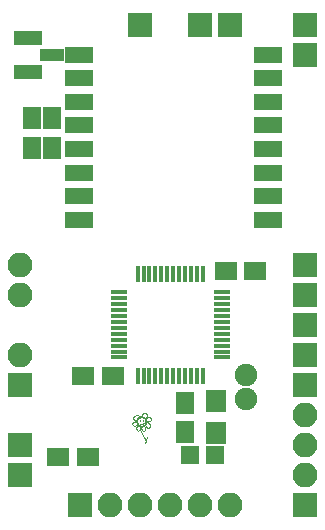
<source format=gts>
G04 #@! TF.FileFunction,Soldermask,Top*
%FSLAX46Y46*%
G04 Gerber Fmt 4.6, Leading zero omitted, Abs format (unit mm)*
G04 Created by KiCad (PCBNEW 4.0.6) date Monday, 07 August 2017 'PMt' 13:26:33*
%MOMM*%
%LPD*%
G01*
G04 APERTURE LIST*
%ADD10C,0.101600*%
%ADD11C,0.076200*%
%ADD12C,0.150000*%
%ADD13C,0.127000*%
%ADD14R,0.390000X1.440000*%
%ADD15R,1.440000X0.390000*%
%ADD16R,2.100000X2.100000*%
%ADD17O,2.100000X2.100000*%
%ADD18R,2.400000X1.400000*%
%ADD19R,1.900000X1.650000*%
%ADD20R,1.650000X1.900000*%
%ADD21R,1.700000X1.900000*%
%ADD22R,1.598880X1.598880*%
%ADD23R,2.340000X1.190000*%
%ADD24R,2.140000X1.140000*%
%ADD25C,1.900000*%
G04 APERTURE END LIST*
D10*
X147735000Y-88745000D02*
X147895000Y-88225000D01*
X147775000Y-88525000D02*
X147735000Y-88745000D01*
X147655000Y-88245000D02*
X147775000Y-88525000D01*
X147435000Y-87945000D02*
X147655000Y-88245000D01*
X147345000Y-87515000D02*
X147435000Y-87945000D01*
X147715000Y-87525000D02*
X147715000Y-87355000D01*
X147735000Y-87625000D02*
X147715000Y-87525000D01*
X147685000Y-87715000D02*
X147735000Y-87625000D01*
X147565000Y-87745000D02*
X147685000Y-87715000D01*
X147445000Y-87615000D02*
X147565000Y-87745000D01*
X147375000Y-87425000D02*
X147445000Y-87615000D01*
X147895000Y-87425000D02*
X147805000Y-87295000D01*
X148025000Y-87455000D02*
X147895000Y-87425000D01*
X148135000Y-87415000D02*
X148025000Y-87455000D01*
X148175000Y-87315000D02*
X148135000Y-87415000D01*
X148175000Y-87175000D02*
X148175000Y-87315000D01*
X148075000Y-87035000D02*
X148175000Y-87175000D01*
X147895000Y-86925000D02*
X148075000Y-87035000D01*
X147995000Y-86895000D02*
X147895000Y-86895000D01*
X148145000Y-86885000D02*
X147995000Y-86895000D01*
X148245000Y-86815000D02*
X148145000Y-86885000D01*
X148225000Y-86665000D02*
X148245000Y-86815000D01*
X148115000Y-86565000D02*
X148225000Y-86665000D01*
X147745000Y-86575000D02*
X148115000Y-86565000D01*
X147865000Y-86445000D02*
X147775000Y-86585000D01*
X147885000Y-86335000D02*
X147865000Y-86445000D01*
X147835000Y-86225000D02*
X147885000Y-86335000D01*
X147665000Y-86195000D02*
X147835000Y-86225000D01*
X147505000Y-86255000D02*
X147665000Y-86195000D01*
X147415000Y-86525000D02*
X147505000Y-86255000D01*
X147315000Y-87435000D02*
X147305000Y-87405000D01*
X147345000Y-87415000D02*
X147315000Y-87435000D01*
X147325000Y-87435000D02*
X147345000Y-87415000D01*
X147305000Y-87545000D02*
X147325000Y-87435000D01*
X147245000Y-87655000D02*
X147305000Y-87545000D01*
X147125000Y-87695000D02*
X147245000Y-87655000D01*
X147015000Y-87655000D02*
X147125000Y-87695000D01*
X147005000Y-87465000D02*
X147015000Y-87655000D01*
X147085000Y-87265000D02*
X147005000Y-87465000D01*
X146815000Y-87305000D02*
X147065000Y-87245000D01*
X146695000Y-87225000D02*
X146815000Y-87305000D01*
X146655000Y-87095000D02*
X146695000Y-87225000D01*
X146745000Y-86945000D02*
X146655000Y-87095000D01*
X147015000Y-86895000D02*
X146745000Y-86945000D01*
X146795000Y-86775000D02*
X147005000Y-86825000D01*
X146685000Y-86605000D02*
X146795000Y-86775000D01*
X146795000Y-86415000D02*
X146685000Y-86605000D01*
X147075000Y-86345000D02*
X146795000Y-86415000D01*
X147345000Y-86485000D02*
X147075000Y-86345000D01*
D11*
X147515000Y-87155000D02*
X147635000Y-87065000D01*
X147385000Y-87165000D02*
X147515000Y-87155000D01*
X147265000Y-87095000D02*
X147385000Y-87165000D01*
D12*
X147346623Y-86875000D02*
G75*
G03X147346623Y-86875000I-31623J0D01*
G01*
D13*
X147865000Y-86955000D02*
G75*
G03X147865000Y-86955000I-410000J0D01*
G01*
D12*
X147626623Y-86875000D02*
G75*
G03X147626623Y-86875000I-31623J0D01*
G01*
D14*
X147110000Y-83090000D03*
X147610000Y-83090000D03*
X148110000Y-83090000D03*
X148610000Y-83090000D03*
X149110000Y-83090000D03*
X149610000Y-83090000D03*
X150110000Y-83090000D03*
X150610000Y-83090000D03*
X151110000Y-83090000D03*
X151610000Y-83090000D03*
X152110000Y-83090000D03*
X152610000Y-83090000D03*
D15*
X154210000Y-81490000D03*
X154210000Y-80990000D03*
X154210000Y-80490000D03*
X154210000Y-79990000D03*
X154210000Y-79490000D03*
X154210000Y-78990000D03*
X154210000Y-78490000D03*
X154210000Y-77990000D03*
X154210000Y-77490000D03*
X154210000Y-76990000D03*
X154210000Y-76490000D03*
X154210000Y-75990000D03*
D14*
X152610000Y-74390000D03*
X152110000Y-74390000D03*
X151610000Y-74390000D03*
X151110000Y-74390000D03*
X150610000Y-74390000D03*
X150110000Y-74390000D03*
X149610000Y-74390000D03*
X149110000Y-74390000D03*
X148610000Y-74390000D03*
X148110000Y-74390000D03*
X147610000Y-74390000D03*
X147110000Y-74390000D03*
D15*
X145510000Y-75990000D03*
X145510000Y-76490000D03*
X145510000Y-76990000D03*
X145510000Y-77490000D03*
X145510000Y-77990000D03*
X145510000Y-78490000D03*
X145510000Y-78990000D03*
X145510000Y-79490000D03*
X145510000Y-79990000D03*
X145510000Y-80490000D03*
X145510000Y-80990000D03*
X145510000Y-81490000D03*
D16*
X142240000Y-93980000D03*
D17*
X144780000Y-93980000D03*
X147320000Y-93980000D03*
X149860000Y-93980000D03*
X152400000Y-93980000D03*
X154940000Y-93980000D03*
D18*
X158115000Y-69850000D03*
X158115000Y-67850000D03*
X158115000Y-65850000D03*
X158115000Y-63850000D03*
X158115000Y-61850000D03*
X158115000Y-59850000D03*
X158115000Y-57850000D03*
X158115000Y-55850000D03*
X142115000Y-55850000D03*
X142115000Y-57850000D03*
X142115000Y-59850000D03*
X142115000Y-61850000D03*
X142115000Y-63850000D03*
X142115000Y-65850000D03*
X142115000Y-67850000D03*
X142115000Y-69850000D03*
D19*
X154550000Y-74200000D03*
X157050000Y-74200000D03*
X145014000Y-83058000D03*
X142514000Y-83058000D03*
D20*
X151100000Y-85325000D03*
X151100000Y-87825000D03*
D21*
X153725000Y-85175000D03*
X153725000Y-87875000D03*
D22*
X153649020Y-89750000D03*
X151550980Y-89750000D03*
D20*
X138176000Y-63734000D03*
X138176000Y-61234000D03*
X139827000Y-63734000D03*
X139827000Y-61234000D03*
D16*
X137160000Y-83820000D03*
D17*
X137160000Y-81280000D03*
D23*
X137795000Y-57355000D03*
X137795000Y-54405000D03*
D24*
X139827000Y-55880000D03*
D16*
X154940000Y-53340000D03*
X161290000Y-55880000D03*
X161290000Y-73660000D03*
X161290000Y-76200000D03*
X161290000Y-78740000D03*
X147320000Y-53340000D03*
D25*
X156275000Y-82950000D03*
X156300000Y-85050000D03*
D16*
X137160000Y-91440000D03*
D17*
X137160000Y-73660000D03*
D16*
X137160000Y-88900000D03*
D17*
X137160000Y-76200000D03*
D16*
X152400000Y-53340000D03*
D19*
X140400000Y-89900000D03*
X142900000Y-89900000D03*
D16*
X161290000Y-81280000D03*
X161290000Y-53340000D03*
X161290000Y-93980000D03*
D17*
X161290000Y-91440000D03*
X161290000Y-88900000D03*
X161290000Y-86360000D03*
D16*
X161290000Y-83820000D03*
M02*

</source>
